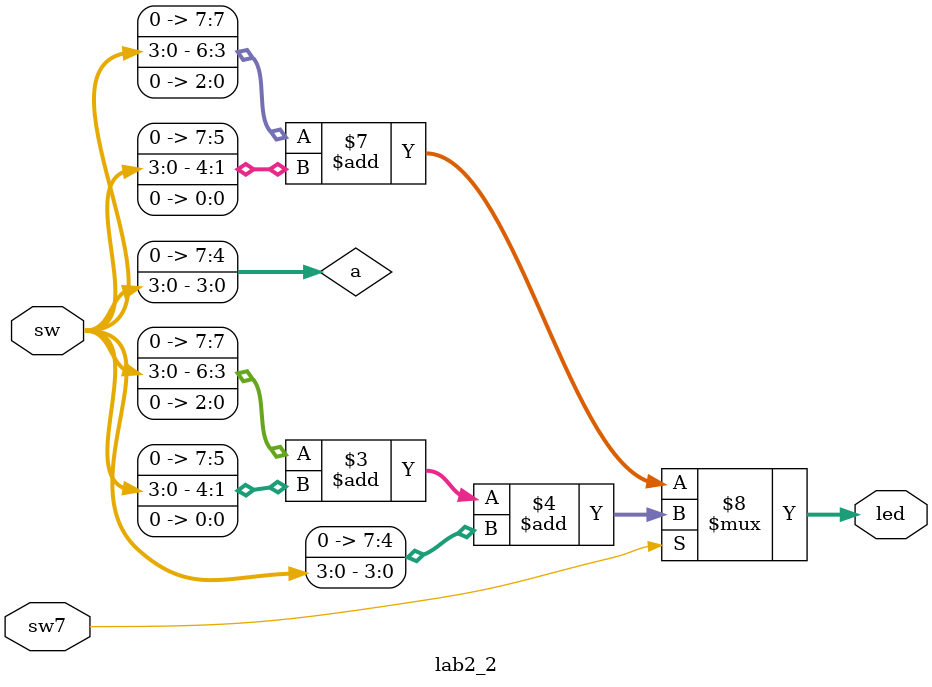
<source format=sv>
module lab2_2
(
input [3:0] sw,
input sw7,
output [7:0] led
);

wire [7:0] a;


assign a= {4'b0000,sw};
assign led =(sw7)? ((a<<3)+(a<<1)+a):((a<<3)+(a<<1));

endmodule

</source>
